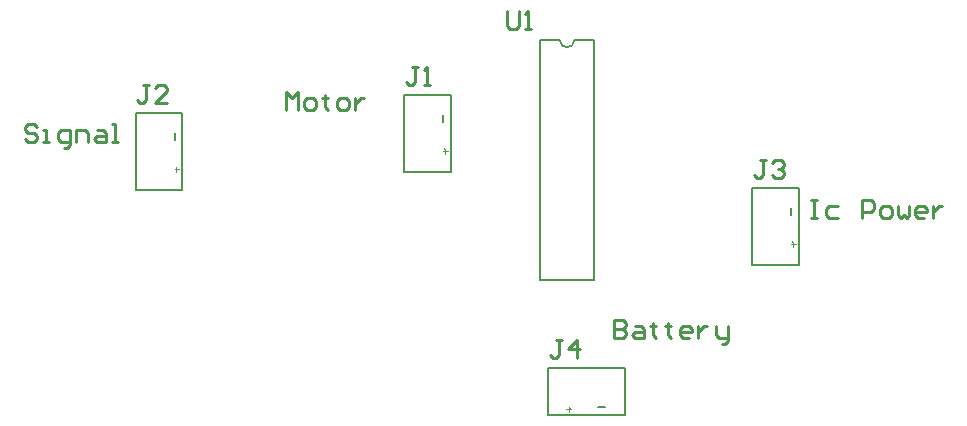
<source format=gbr>
%TF.GenerationSoftware,Altium Limited,Altium Designer,24.3.1 (35)*%
G04 Layer_Color=65535*
%FSLAX45Y45*%
%MOMM*%
%TF.SameCoordinates,C12ACCCC-6258-4ABC-958C-20978443E832*%
%TF.FilePolarity,Positive*%
%TF.FileFunction,Legend,Top*%
%TF.Part,Single*%
G01*
G75*
%TA.AperFunction,NonConductor*%
%ADD17C,0.10160*%
%ADD18C,0.20000*%
%ADD19C,0.25400*%
D17*
X8445500Y7698830D02*
G03*
X8451850Y7683500I21680J0D01*
G01*
X11391900Y6911430D02*
G03*
X11398250Y6896100I21680J0D01*
G01*
X6172200Y7546430D02*
G03*
X6178550Y7531100I21680J0D01*
G01*
X9514930Y5499100D02*
G03*
X9499600Y5492750I0J-21680D01*
G01*
X8432800Y7683500D02*
X8470900D01*
X8451850D02*
X8470900D01*
X8445500Y7658100D02*
Y7698831D01*
X11379200Y6896100D02*
X11417300D01*
X11398250D02*
X11417300D01*
X11391900Y6870700D02*
Y6911431D01*
X6159500Y7531100D02*
X6197600D01*
X6178550D02*
X6197600D01*
X6172200Y7505700D02*
Y7546431D01*
X9499600Y5473700D02*
Y5511800D01*
Y5473700D02*
Y5492750D01*
X9474200Y5499100D02*
X9514931D01*
D18*
X9418900Y8623300D02*
G03*
X9545900Y8623300I63500J0D01*
G01*
X8102600Y7505700D02*
Y8064500D01*
Y8153400D01*
X8496300Y7991475D02*
Y8153400D01*
Y7505700D02*
Y7667625D01*
Y7991475D01*
X8102600Y8153400D02*
X8496300D01*
X8102600Y7505700D02*
X8496300D01*
X8432800Y7924800D02*
Y7988300D01*
X9250898Y8623300D02*
X9418899D01*
X9545899D02*
X9713900D01*
Y6591300D02*
Y8623300D01*
X9250898Y6591300D02*
X9713900D01*
X9250898D02*
Y8623300D01*
X11049000Y6718300D02*
Y7277100D01*
Y7366000D01*
X11442700Y7204075D02*
Y7366000D01*
Y6718300D02*
Y6880225D01*
Y7204075D01*
X11049000Y7366000D02*
X11442700D01*
X11049000Y6718300D02*
X11442700D01*
X11379200Y7137400D02*
Y7200900D01*
X5829300Y7353300D02*
Y7912100D01*
Y8001000D01*
X6223000Y7839075D02*
Y8001000D01*
Y7353300D02*
Y7515225D01*
Y7839075D01*
X5829300Y8001000D02*
X6223000D01*
X5829300Y7353300D02*
X6223000D01*
X6159500Y7772400D02*
Y7835900D01*
X9321800Y5842000D02*
X9880600D01*
X9969500D01*
X9807575Y5448300D02*
X9969500D01*
X9321800D02*
X9483725D01*
X9807575D01*
X9969500D02*
Y5842000D01*
X9321800Y5448300D02*
Y5842000D01*
X9740900Y5511800D02*
X9804400D01*
D19*
X11544300Y7264351D02*
X11595083D01*
X11569692D01*
Y7112000D01*
X11544300D01*
X11595083D01*
X11772826Y7213567D02*
X11696651D01*
X11671259Y7188175D01*
Y7137392D01*
X11696651Y7112000D01*
X11772826D01*
X11975960D02*
Y7264351D01*
X12052136D01*
X12077528Y7238959D01*
Y7188175D01*
X12052136Y7162783D01*
X11975960D01*
X12153703Y7112000D02*
X12204486D01*
X12229878Y7137392D01*
Y7188175D01*
X12204486Y7213567D01*
X12153703D01*
X12128311Y7188175D01*
Y7137392D01*
X12153703Y7112000D01*
X12280662Y7213567D02*
Y7137392D01*
X12306054Y7112000D01*
X12331445Y7137392D01*
X12356837Y7112000D01*
X12382229Y7137392D01*
Y7213567D01*
X12509188Y7112000D02*
X12458404D01*
X12433012Y7137392D01*
Y7188175D01*
X12458404Y7213567D01*
X12509188D01*
X12534580Y7188175D01*
Y7162783D01*
X12433012D01*
X12585363Y7213567D02*
Y7112000D01*
Y7162783D01*
X12610755Y7188175D01*
X12636147Y7213567D01*
X12661539D01*
X9880600Y6248334D02*
Y6095983D01*
X9956775D01*
X9982167Y6121375D01*
Y6146767D01*
X9956775Y6172159D01*
X9880600D01*
X9956775D01*
X9982167Y6197551D01*
Y6222942D01*
X9956775Y6248334D01*
X9880600D01*
X10058343Y6197551D02*
X10109126D01*
X10134518Y6172159D01*
Y6095983D01*
X10058343D01*
X10032951Y6121375D01*
X10058343Y6146767D01*
X10134518D01*
X10210693Y6222942D02*
Y6197551D01*
X10185301D01*
X10236085D01*
X10210693D01*
Y6121375D01*
X10236085Y6095983D01*
X10337652Y6222942D02*
Y6197551D01*
X10312260D01*
X10363044D01*
X10337652D01*
Y6121375D01*
X10363044Y6095983D01*
X10515395D02*
X10464611D01*
X10439219Y6121375D01*
Y6172159D01*
X10464611Y6197551D01*
X10515395D01*
X10540786Y6172159D01*
Y6146767D01*
X10439219D01*
X10591570Y6197551D02*
Y6095983D01*
Y6146767D01*
X10616962Y6172159D01*
X10642353Y6197551D01*
X10667745D01*
X10743921D02*
Y6121375D01*
X10769312Y6095983D01*
X10845488D01*
Y6070592D01*
X10820096Y6045200D01*
X10794704D01*
X10845488Y6095983D02*
Y6197551D01*
X7099300Y8026400D02*
Y8178751D01*
X7150083Y8127967D01*
X7200867Y8178751D01*
Y8026400D01*
X7277043D02*
X7327826D01*
X7353218Y8051792D01*
Y8102575D01*
X7327826Y8127967D01*
X7277043D01*
X7251651Y8102575D01*
Y8051792D01*
X7277043Y8026400D01*
X7429393Y8153359D02*
Y8127967D01*
X7404001D01*
X7454785D01*
X7429393D01*
Y8051792D01*
X7454785Y8026400D01*
X7556352D02*
X7607136D01*
X7632528Y8051792D01*
Y8102575D01*
X7607136Y8127967D01*
X7556352D01*
X7530960Y8102575D01*
Y8051792D01*
X7556352Y8026400D01*
X7683311Y8127967D02*
Y8026400D01*
Y8077183D01*
X7708703Y8102575D01*
X7734095Y8127967D01*
X7759486D01*
X4991067Y7886642D02*
X4965675Y7912034D01*
X4914892D01*
X4889500Y7886642D01*
Y7861251D01*
X4914892Y7835859D01*
X4965675D01*
X4991067Y7810467D01*
Y7785075D01*
X4965675Y7759683D01*
X4914892D01*
X4889500Y7785075D01*
X5041851Y7759683D02*
X5092634D01*
X5067243D01*
Y7861251D01*
X5041851D01*
X5219593Y7708900D02*
X5244985D01*
X5270377Y7734292D01*
Y7861251D01*
X5194201D01*
X5168810Y7835859D01*
Y7785075D01*
X5194201Y7759683D01*
X5270377D01*
X5321160D02*
Y7861251D01*
X5397336D01*
X5422728Y7835859D01*
Y7759683D01*
X5498903Y7861251D02*
X5549686D01*
X5575078Y7835859D01*
Y7759683D01*
X5498903D01*
X5473511Y7785075D01*
X5498903Y7810467D01*
X5575078D01*
X5625862Y7759683D02*
X5676645D01*
X5651254D01*
Y7912034D01*
X5625862D01*
X8219407Y8392111D02*
X8168623D01*
X8194015D01*
Y8265152D01*
X8168623Y8239760D01*
X8143232D01*
X8117840Y8265152D01*
X8270191Y8239760D02*
X8320974D01*
X8295583D01*
Y8392111D01*
X8270191Y8366719D01*
X8971280Y8862011D02*
Y8735052D01*
X8996672Y8709660D01*
X9047455D01*
X9072847Y8735052D01*
Y8862011D01*
X9123631Y8709660D02*
X9174414D01*
X9149023D01*
Y8862011D01*
X9123631Y8836619D01*
X11165807Y7604711D02*
X11115023D01*
X11140415D01*
Y7477752D01*
X11115023Y7452360D01*
X11089632D01*
X11064240Y7477752D01*
X11216591Y7579319D02*
X11241983Y7604711D01*
X11292766D01*
X11318158Y7579319D01*
Y7553927D01*
X11292766Y7528535D01*
X11267374D01*
X11292766D01*
X11318158Y7503143D01*
Y7477752D01*
X11292766Y7452360D01*
X11241983D01*
X11216591Y7477752D01*
X5946107Y8239711D02*
X5895323D01*
X5920715D01*
Y8112752D01*
X5895323Y8087360D01*
X5869932D01*
X5844540Y8112752D01*
X6098458Y8087360D02*
X5996891D01*
X6098458Y8188927D01*
Y8214319D01*
X6073066Y8239711D01*
X6022283D01*
X5996891Y8214319D01*
X9438607Y6080711D02*
X9387823D01*
X9413215D01*
Y5953752D01*
X9387823Y5928360D01*
X9362432D01*
X9337040Y5953752D01*
X9565566Y5928360D02*
Y6080711D01*
X9489391Y6004535D01*
X9590958D01*
%TF.MD5,dac0dd1af031cc0f4aec6a72fdd5c480*%
M02*

</source>
